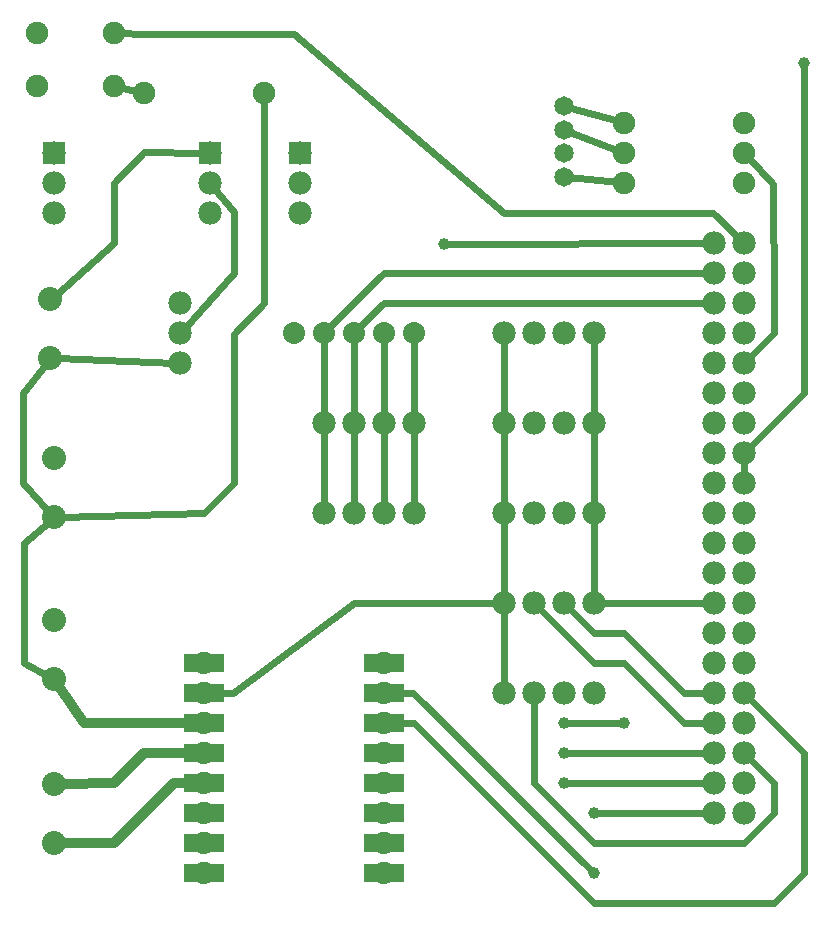
<source format=gtl>
G04 MADE WITH FRITZING*
G04 WWW.FRITZING.ORG*
G04 DOUBLE SIDED*
G04 HOLES PLATED*
G04 CONTOUR ON CENTER OF CONTOUR VECTOR*
%ASAXBY*%
%FSLAX23Y23*%
%MOIN*%
%OFA0B0*%
%SFA1.0B1.0*%
%ADD10C,0.039370*%
%ADD11C,0.075000*%
%ADD12C,0.078000*%
%ADD13C,0.065000*%
%ADD14C,0.080000*%
%ADD15C,0.073379*%
%ADD16C,0.074000*%
%ADD17R,0.078000X0.078000*%
%ADD18C,0.024000*%
%ADD19C,0.032000*%
%ADD20R,0.001000X0.001000*%
%LNCOPPER1*%
G90*
G70*
G54D10*
X2080Y335D03*
X1980Y634D03*
X2180Y633D03*
X1579Y2232D03*
X2779Y2834D03*
X1979Y533D03*
X1979Y433D03*
X2079Y134D03*
G54D11*
X479Y2757D03*
X223Y2757D03*
X479Y2934D03*
X223Y2934D03*
G54D12*
X799Y2534D03*
X799Y2434D03*
X799Y2334D03*
G54D13*
X1979Y2455D03*
X1979Y2534D03*
X1979Y2612D03*
X1979Y2691D03*
G54D14*
X280Y978D03*
X280Y781D03*
X280Y1518D03*
X280Y1321D03*
G54D15*
X1479Y1934D03*
X1379Y1934D03*
X1279Y1934D03*
X1179Y1934D03*
X1079Y1934D03*
G54D12*
X699Y2034D03*
X699Y1934D03*
X699Y1834D03*
G54D14*
X279Y431D03*
X279Y234D03*
G54D11*
X979Y2734D03*
X579Y2734D03*
X2579Y2634D03*
X2179Y2634D03*
X2579Y2534D03*
X2179Y2534D03*
X2579Y2434D03*
X2179Y2434D03*
G54D12*
X1099Y2534D03*
X1099Y2434D03*
X1099Y2334D03*
X279Y2534D03*
X279Y2434D03*
X279Y2334D03*
X2079Y734D03*
X1979Y734D03*
X1879Y734D03*
X1779Y734D03*
X1479Y1334D03*
X1379Y1334D03*
X1279Y1334D03*
X1179Y1334D03*
X1479Y1634D03*
X1379Y1634D03*
X1279Y1634D03*
X1179Y1634D03*
X2079Y1034D03*
X1979Y1034D03*
X1879Y1034D03*
X1779Y1034D03*
X2079Y1634D03*
X1979Y1634D03*
X1879Y1634D03*
X1779Y1634D03*
G54D14*
X268Y2046D03*
X268Y1849D03*
G54D12*
X2579Y334D03*
X2579Y434D03*
X2579Y534D03*
X2579Y634D03*
X2579Y734D03*
X2579Y834D03*
X2579Y934D03*
X2579Y1034D03*
X2579Y1134D03*
X2579Y1234D03*
X2579Y1334D03*
X2579Y1434D03*
X2579Y1534D03*
X2579Y1634D03*
X2579Y1734D03*
X2579Y1834D03*
X2579Y1934D03*
X2579Y2034D03*
X2579Y2134D03*
X2579Y2234D03*
X2579Y334D03*
X2579Y434D03*
X2579Y534D03*
X2579Y634D03*
X2579Y734D03*
X2579Y834D03*
X2579Y934D03*
X2579Y1034D03*
X2579Y1134D03*
X2579Y1234D03*
X2579Y1334D03*
X2579Y1434D03*
X2579Y1534D03*
X2579Y1634D03*
X2579Y1734D03*
X2579Y1834D03*
X2579Y1934D03*
X2579Y2034D03*
X2579Y2134D03*
X2579Y2234D03*
X2479Y2234D03*
X2479Y2134D03*
X2479Y2034D03*
X2479Y1934D03*
X2479Y1834D03*
X2479Y1734D03*
X2479Y1634D03*
X2479Y1534D03*
X2479Y1434D03*
X2479Y1334D03*
X2479Y1234D03*
X2479Y1134D03*
X2479Y1034D03*
X2479Y934D03*
X2479Y834D03*
X2479Y734D03*
X2479Y634D03*
X2479Y534D03*
X2479Y434D03*
X2479Y334D03*
X2079Y1934D03*
X1979Y1934D03*
X1879Y1934D03*
X1779Y1934D03*
X2079Y1334D03*
X1979Y1334D03*
X1879Y1334D03*
X1779Y1334D03*
G54D16*
X779Y134D03*
X779Y234D03*
X779Y334D03*
X779Y434D03*
X779Y534D03*
X779Y634D03*
X779Y734D03*
X779Y834D03*
X1379Y834D03*
X1379Y734D03*
X1379Y634D03*
X1379Y534D03*
X1379Y434D03*
X1379Y334D03*
X1379Y234D03*
X1379Y134D03*
G54D17*
X799Y2534D03*
X1099Y2534D03*
X279Y2534D03*
G54D18*
X2679Y2034D02*
X2678Y2432D01*
D02*
X2679Y1935D02*
X2679Y2034D01*
D02*
X2678Y2432D02*
X2592Y2521D01*
D02*
X2593Y1847D02*
X2679Y1935D01*
D02*
X2162Y2436D02*
X1992Y2454D01*
D02*
X2163Y2540D02*
X1991Y2608D01*
D02*
X2163Y2639D02*
X1991Y2688D01*
D02*
X2779Y2826D02*
X2779Y1733D01*
D02*
X2779Y1733D02*
X2593Y1547D01*
D02*
X2460Y334D02*
X2087Y335D01*
D02*
X2172Y633D02*
X1988Y634D01*
D02*
X181Y834D02*
X259Y792D01*
D02*
X262Y1305D02*
X179Y1233D01*
D02*
X179Y1233D02*
X181Y834D01*
D02*
X1380Y2035D02*
X1295Y1949D01*
D02*
X1479Y1912D02*
X1479Y1653D01*
D02*
X1279Y1912D02*
X1279Y1653D01*
D02*
X1179Y1912D02*
X1179Y1653D01*
D02*
X1479Y1353D02*
X1479Y1615D01*
D02*
X1379Y1653D02*
X1379Y1912D01*
D02*
X979Y2034D02*
X979Y2716D01*
D02*
X496Y2753D02*
X562Y2738D01*
D02*
X1179Y1353D02*
X1179Y1615D01*
D02*
X1279Y1353D02*
X1279Y1615D01*
D02*
X1379Y1615D02*
X1379Y1353D01*
D02*
X581Y2932D02*
X497Y2934D01*
D02*
X1081Y2932D02*
X581Y2932D01*
D02*
X1780Y2335D02*
X1081Y2932D01*
D02*
X2478Y2335D02*
X1780Y2335D01*
D02*
X2566Y2247D02*
X2478Y2335D01*
D02*
X879Y2133D02*
X712Y1948D01*
D02*
X879Y2336D02*
X879Y2133D01*
D02*
X811Y2419D02*
X879Y2336D01*
D02*
X479Y2234D02*
X286Y2062D01*
D02*
X479Y2434D02*
X479Y2234D01*
D02*
X581Y2536D02*
X479Y2434D01*
D02*
X780Y2534D02*
X581Y2536D01*
D02*
X1779Y1015D02*
X1779Y753D01*
D02*
X2079Y833D02*
X1893Y1020D01*
D02*
X2379Y633D02*
X2179Y833D01*
D02*
X2179Y833D02*
X2079Y833D01*
D02*
X2479Y633D02*
X2379Y633D01*
D02*
X2479Y633D02*
X2479Y633D01*
D02*
X1481Y633D02*
X1378Y633D01*
D02*
X1378Y633D02*
X1378Y633D01*
D02*
X2679Y33D02*
X2079Y35D01*
D02*
X2074Y139D02*
X1478Y733D01*
D02*
X2779Y133D02*
X2679Y33D01*
D02*
X2779Y534D02*
X2779Y133D01*
D02*
X2079Y35D02*
X1481Y633D01*
D02*
X2593Y720D02*
X2779Y534D01*
D02*
X2460Y434D02*
X1986Y433D01*
D02*
X2460Y534D02*
X1986Y533D01*
D02*
X1879Y433D02*
X1879Y715D01*
D02*
X2579Y233D02*
X2079Y233D01*
D02*
X2079Y233D02*
X1879Y433D01*
D02*
X2679Y333D02*
X2579Y233D01*
D02*
X2679Y434D02*
X2679Y333D01*
D02*
X2593Y520D02*
X2679Y434D01*
D02*
X1380Y2133D02*
X1195Y1949D01*
D02*
X2460Y2134D02*
X1380Y2133D01*
D02*
X2460Y2234D02*
X1587Y2232D01*
D02*
X1478Y733D02*
X1399Y734D01*
D02*
X2460Y2034D02*
X1380Y2035D01*
D02*
X2579Y1515D02*
X2579Y1453D01*
D02*
X780Y1333D02*
X303Y1321D01*
D02*
X981Y2034D02*
X879Y1932D01*
D02*
X879Y1932D02*
X879Y1433D01*
D02*
X879Y1433D02*
X780Y1333D01*
D02*
X979Y2034D02*
X981Y2034D01*
G54D19*
D02*
X779Y434D02*
X779Y434D01*
G54D18*
D02*
X2280Y1035D02*
X2098Y1034D01*
D02*
X2460Y1034D02*
X2280Y1035D01*
D02*
X1280Y1034D02*
X1760Y1034D01*
D02*
X878Y734D02*
X1280Y1034D01*
D02*
X799Y734D02*
X878Y734D01*
G54D19*
D02*
X679Y434D02*
X779Y434D01*
D02*
X479Y234D02*
X679Y434D01*
G54D18*
D02*
X178Y1434D02*
X178Y1735D01*
D02*
X178Y1735D02*
X254Y1831D01*
D02*
X264Y1338D02*
X178Y1434D01*
G54D19*
D02*
X303Y234D02*
X479Y234D01*
G54D18*
D02*
X2079Y934D02*
X1993Y1020D01*
D02*
X2179Y934D02*
X2079Y934D01*
D02*
X2379Y733D02*
X2179Y934D01*
D02*
X2460Y734D02*
X2379Y733D01*
D02*
X680Y1835D02*
X292Y1849D01*
G54D19*
D02*
X479Y434D02*
X579Y534D01*
D02*
X381Y633D02*
X293Y761D01*
D02*
X759Y634D02*
X381Y633D01*
D02*
X579Y534D02*
X759Y534D01*
D02*
X303Y431D02*
X479Y434D01*
G54D18*
D02*
X1779Y1053D02*
X1779Y1315D01*
D02*
X1779Y1353D02*
X1779Y1615D01*
D02*
X2079Y1053D02*
X2079Y1315D01*
D02*
X2079Y1353D02*
X2079Y1615D01*
D02*
X2079Y1653D02*
X2079Y1915D01*
D02*
X1779Y1653D02*
X1779Y1915D01*
G54D20*
X715Y862D02*
X773Y862D01*
X787Y862D02*
X845Y862D01*
X1315Y862D02*
X1373Y862D01*
X1387Y862D02*
X1445Y862D01*
X715Y861D02*
X770Y861D01*
X790Y861D02*
X845Y861D01*
X1315Y861D02*
X1370Y861D01*
X1390Y861D02*
X1445Y861D01*
X715Y860D02*
X767Y860D01*
X792Y860D02*
X845Y860D01*
X1315Y860D02*
X1367Y860D01*
X1392Y860D02*
X1445Y860D01*
X715Y859D02*
X765Y859D01*
X794Y859D02*
X845Y859D01*
X1315Y859D02*
X1365Y859D01*
X1394Y859D02*
X1445Y859D01*
X715Y858D02*
X764Y858D01*
X796Y858D02*
X845Y858D01*
X1315Y858D02*
X1364Y858D01*
X1396Y858D02*
X1445Y858D01*
X715Y857D02*
X762Y857D01*
X797Y857D02*
X845Y857D01*
X1315Y857D02*
X1362Y857D01*
X1397Y857D02*
X1445Y857D01*
X715Y856D02*
X761Y856D01*
X799Y856D02*
X845Y856D01*
X1315Y856D02*
X1361Y856D01*
X1398Y856D02*
X1445Y856D01*
X715Y855D02*
X760Y855D01*
X800Y855D02*
X845Y855D01*
X1315Y855D02*
X1360Y855D01*
X1400Y855D02*
X1445Y855D01*
X715Y854D02*
X759Y854D01*
X801Y854D02*
X845Y854D01*
X1315Y854D02*
X1359Y854D01*
X1401Y854D02*
X1445Y854D01*
X715Y853D02*
X758Y853D01*
X802Y853D02*
X845Y853D01*
X1315Y853D02*
X1358Y853D01*
X1402Y853D02*
X1445Y853D01*
X715Y852D02*
X757Y852D01*
X802Y852D02*
X845Y852D01*
X1315Y852D02*
X1357Y852D01*
X1402Y852D02*
X1445Y852D01*
X715Y851D02*
X756Y851D01*
X803Y851D02*
X845Y851D01*
X1315Y851D02*
X1356Y851D01*
X1403Y851D02*
X1445Y851D01*
X715Y850D02*
X756Y850D01*
X804Y850D02*
X845Y850D01*
X1315Y850D02*
X1356Y850D01*
X1404Y850D02*
X1445Y850D01*
X715Y849D02*
X755Y849D01*
X805Y849D02*
X845Y849D01*
X1315Y849D02*
X1355Y849D01*
X1405Y849D02*
X1445Y849D01*
X715Y848D02*
X754Y848D01*
X805Y848D02*
X845Y848D01*
X1315Y848D02*
X1354Y848D01*
X1405Y848D02*
X1445Y848D01*
X715Y847D02*
X754Y847D01*
X806Y847D02*
X845Y847D01*
X1315Y847D02*
X1354Y847D01*
X1406Y847D02*
X1445Y847D01*
X715Y846D02*
X753Y846D01*
X806Y846D02*
X845Y846D01*
X1315Y846D02*
X1353Y846D01*
X1406Y846D02*
X1445Y846D01*
X715Y845D02*
X753Y845D01*
X807Y845D02*
X845Y845D01*
X1315Y845D02*
X1353Y845D01*
X1407Y845D02*
X1445Y845D01*
X715Y844D02*
X753Y844D01*
X807Y844D02*
X845Y844D01*
X1315Y844D02*
X1353Y844D01*
X1407Y844D02*
X1445Y844D01*
X715Y843D02*
X752Y843D01*
X807Y843D02*
X845Y843D01*
X1315Y843D02*
X1352Y843D01*
X1407Y843D02*
X1445Y843D01*
X715Y842D02*
X752Y842D01*
X808Y842D02*
X845Y842D01*
X1315Y842D02*
X1352Y842D01*
X1408Y842D02*
X1445Y842D01*
X715Y841D02*
X752Y841D01*
X808Y841D02*
X845Y841D01*
X1315Y841D02*
X1352Y841D01*
X1408Y841D02*
X1445Y841D01*
X715Y840D02*
X751Y840D01*
X808Y840D02*
X845Y840D01*
X1315Y840D02*
X1351Y840D01*
X1408Y840D02*
X1445Y840D01*
X715Y839D02*
X751Y839D01*
X808Y839D02*
X845Y839D01*
X1315Y839D02*
X1351Y839D01*
X1408Y839D02*
X1445Y839D01*
X715Y838D02*
X751Y838D01*
X809Y838D02*
X845Y838D01*
X1315Y838D02*
X1351Y838D01*
X1408Y838D02*
X1445Y838D01*
X715Y837D02*
X751Y837D01*
X809Y837D02*
X845Y837D01*
X1315Y837D02*
X1351Y837D01*
X1409Y837D02*
X1445Y837D01*
X715Y836D02*
X751Y836D01*
X809Y836D02*
X845Y836D01*
X1315Y836D02*
X1351Y836D01*
X1409Y836D02*
X1445Y836D01*
X715Y835D02*
X751Y835D01*
X809Y835D02*
X845Y835D01*
X1315Y835D02*
X1351Y835D01*
X1409Y835D02*
X1445Y835D01*
X715Y834D02*
X751Y834D01*
X809Y834D02*
X845Y834D01*
X1315Y834D02*
X1351Y834D01*
X1409Y834D02*
X1445Y834D01*
X715Y833D02*
X751Y833D01*
X809Y833D02*
X845Y833D01*
X1315Y833D02*
X1351Y833D01*
X1409Y833D02*
X1445Y833D01*
X715Y832D02*
X751Y832D01*
X809Y832D02*
X845Y832D01*
X1315Y832D02*
X1351Y832D01*
X1409Y832D02*
X1445Y832D01*
X715Y831D02*
X751Y831D01*
X809Y831D02*
X845Y831D01*
X1315Y831D02*
X1351Y831D01*
X1409Y831D02*
X1445Y831D01*
X715Y830D02*
X751Y830D01*
X808Y830D02*
X845Y830D01*
X1315Y830D02*
X1351Y830D01*
X1408Y830D02*
X1445Y830D01*
X715Y829D02*
X751Y829D01*
X808Y829D02*
X845Y829D01*
X1315Y829D02*
X1351Y829D01*
X1408Y829D02*
X1445Y829D01*
X715Y828D02*
X752Y828D01*
X808Y828D02*
X845Y828D01*
X1315Y828D02*
X1351Y828D01*
X1408Y828D02*
X1445Y828D01*
X715Y827D02*
X752Y827D01*
X808Y827D02*
X845Y827D01*
X1315Y827D02*
X1352Y827D01*
X1408Y827D02*
X1445Y827D01*
X715Y826D02*
X752Y826D01*
X808Y826D02*
X845Y826D01*
X1315Y826D02*
X1352Y826D01*
X1408Y826D02*
X1445Y826D01*
X715Y825D02*
X752Y825D01*
X807Y825D02*
X845Y825D01*
X1315Y825D02*
X1352Y825D01*
X1407Y825D02*
X1445Y825D01*
X715Y824D02*
X753Y824D01*
X807Y824D02*
X845Y824D01*
X1315Y824D02*
X1353Y824D01*
X1407Y824D02*
X1445Y824D01*
X715Y823D02*
X753Y823D01*
X806Y823D02*
X845Y823D01*
X1315Y823D02*
X1353Y823D01*
X1406Y823D02*
X1445Y823D01*
X715Y822D02*
X754Y822D01*
X806Y822D02*
X845Y822D01*
X1315Y822D02*
X1354Y822D01*
X1406Y822D02*
X1445Y822D01*
X715Y821D02*
X754Y821D01*
X806Y821D02*
X845Y821D01*
X1315Y821D02*
X1354Y821D01*
X1405Y821D02*
X1445Y821D01*
X715Y820D02*
X755Y820D01*
X805Y820D02*
X845Y820D01*
X1315Y820D02*
X1355Y820D01*
X1405Y820D02*
X1445Y820D01*
X715Y819D02*
X755Y819D01*
X804Y819D02*
X845Y819D01*
X1315Y819D02*
X1355Y819D01*
X1404Y819D02*
X1445Y819D01*
X715Y818D02*
X756Y818D01*
X804Y818D02*
X845Y818D01*
X1315Y818D02*
X1356Y818D01*
X1404Y818D02*
X1445Y818D01*
X715Y817D02*
X757Y817D01*
X803Y817D02*
X845Y817D01*
X1315Y817D02*
X1357Y817D01*
X1403Y817D02*
X1445Y817D01*
X715Y816D02*
X758Y816D01*
X802Y816D02*
X845Y816D01*
X1315Y816D02*
X1358Y816D01*
X1402Y816D02*
X1445Y816D01*
X715Y815D02*
X758Y815D01*
X801Y815D02*
X845Y815D01*
X1315Y815D02*
X1358Y815D01*
X1401Y815D02*
X1445Y815D01*
X715Y814D02*
X759Y814D01*
X800Y814D02*
X845Y814D01*
X1315Y814D02*
X1359Y814D01*
X1400Y814D02*
X1445Y814D01*
X715Y813D02*
X761Y813D01*
X799Y813D02*
X845Y813D01*
X1315Y813D02*
X1360Y813D01*
X1399Y813D02*
X1445Y813D01*
X715Y812D02*
X762Y812D01*
X798Y812D02*
X845Y812D01*
X1315Y812D02*
X1362Y812D01*
X1398Y812D02*
X1445Y812D01*
X715Y811D02*
X763Y811D01*
X797Y811D02*
X845Y811D01*
X1315Y811D02*
X1363Y811D01*
X1397Y811D02*
X1445Y811D01*
X715Y810D02*
X764Y810D01*
X795Y810D02*
X845Y810D01*
X1315Y810D02*
X1364Y810D01*
X1395Y810D02*
X1445Y810D01*
X715Y809D02*
X766Y809D01*
X793Y809D02*
X845Y809D01*
X1315Y809D02*
X1366Y809D01*
X1393Y809D02*
X1445Y809D01*
X715Y808D02*
X768Y808D01*
X791Y808D02*
X845Y808D01*
X1315Y808D02*
X1368Y808D01*
X1391Y808D02*
X1445Y808D01*
X715Y807D02*
X771Y807D01*
X789Y807D02*
X845Y807D01*
X1315Y807D02*
X1371Y807D01*
X1389Y807D02*
X1445Y807D01*
X715Y806D02*
X774Y806D01*
X786Y806D02*
X845Y806D01*
X1315Y806D02*
X1374Y806D01*
X1385Y806D02*
X1445Y806D01*
X715Y762D02*
X773Y762D01*
X787Y762D02*
X845Y762D01*
X1315Y762D02*
X1373Y762D01*
X1387Y762D02*
X1445Y762D01*
X715Y761D02*
X770Y761D01*
X790Y761D02*
X845Y761D01*
X1315Y761D02*
X1369Y761D01*
X1390Y761D02*
X1445Y761D01*
X715Y760D02*
X767Y760D01*
X792Y760D02*
X845Y760D01*
X1315Y760D02*
X1367Y760D01*
X1392Y760D02*
X1445Y760D01*
X715Y759D02*
X765Y759D01*
X794Y759D02*
X845Y759D01*
X1315Y759D02*
X1365Y759D01*
X1394Y759D02*
X1445Y759D01*
X715Y758D02*
X764Y758D01*
X796Y758D02*
X845Y758D01*
X1315Y758D02*
X1364Y758D01*
X1396Y758D02*
X1445Y758D01*
X715Y757D02*
X762Y757D01*
X797Y757D02*
X845Y757D01*
X1315Y757D02*
X1362Y757D01*
X1397Y757D02*
X1445Y757D01*
X715Y756D02*
X761Y756D01*
X799Y756D02*
X845Y756D01*
X1315Y756D02*
X1361Y756D01*
X1398Y756D02*
X1445Y756D01*
X715Y755D02*
X760Y755D01*
X800Y755D02*
X845Y755D01*
X1315Y755D02*
X1360Y755D01*
X1400Y755D02*
X1445Y755D01*
X715Y754D02*
X759Y754D01*
X801Y754D02*
X845Y754D01*
X1315Y754D02*
X1359Y754D01*
X1401Y754D02*
X1445Y754D01*
X715Y753D02*
X758Y753D01*
X802Y753D02*
X845Y753D01*
X1315Y753D02*
X1358Y753D01*
X1402Y753D02*
X1445Y753D01*
X715Y752D02*
X757Y752D01*
X802Y752D02*
X845Y752D01*
X1315Y752D02*
X1357Y752D01*
X1402Y752D02*
X1445Y752D01*
X715Y751D02*
X756Y751D01*
X803Y751D02*
X845Y751D01*
X1315Y751D02*
X1356Y751D01*
X1403Y751D02*
X1445Y751D01*
X715Y750D02*
X756Y750D01*
X804Y750D02*
X845Y750D01*
X1315Y750D02*
X1356Y750D01*
X1404Y750D02*
X1445Y750D01*
X715Y749D02*
X755Y749D01*
X805Y749D02*
X845Y749D01*
X1315Y749D02*
X1355Y749D01*
X1405Y749D02*
X1445Y749D01*
X715Y748D02*
X754Y748D01*
X805Y748D02*
X845Y748D01*
X1315Y748D02*
X1354Y748D01*
X1405Y748D02*
X1445Y748D01*
X715Y747D02*
X754Y747D01*
X806Y747D02*
X845Y747D01*
X1315Y747D02*
X1354Y747D01*
X1406Y747D02*
X1445Y747D01*
X715Y746D02*
X753Y746D01*
X806Y746D02*
X845Y746D01*
X1315Y746D02*
X1353Y746D01*
X1406Y746D02*
X1445Y746D01*
X715Y745D02*
X753Y745D01*
X807Y745D02*
X845Y745D01*
X1315Y745D02*
X1353Y745D01*
X1407Y745D02*
X1445Y745D01*
X715Y744D02*
X753Y744D01*
X807Y744D02*
X845Y744D01*
X1315Y744D02*
X1353Y744D01*
X1407Y744D02*
X1445Y744D01*
X715Y743D02*
X752Y743D01*
X807Y743D02*
X845Y743D01*
X1315Y743D02*
X1352Y743D01*
X1407Y743D02*
X1445Y743D01*
X715Y742D02*
X752Y742D01*
X808Y742D02*
X845Y742D01*
X1315Y742D02*
X1352Y742D01*
X1408Y742D02*
X1445Y742D01*
X715Y741D02*
X752Y741D01*
X808Y741D02*
X845Y741D01*
X1315Y741D02*
X1352Y741D01*
X1408Y741D02*
X1445Y741D01*
X715Y740D02*
X751Y740D01*
X808Y740D02*
X845Y740D01*
X1315Y740D02*
X1351Y740D01*
X1408Y740D02*
X1445Y740D01*
X715Y739D02*
X751Y739D01*
X808Y739D02*
X845Y739D01*
X1315Y739D02*
X1351Y739D01*
X1408Y739D02*
X1445Y739D01*
X715Y738D02*
X751Y738D01*
X809Y738D02*
X845Y738D01*
X1315Y738D02*
X1351Y738D01*
X1408Y738D02*
X1445Y738D01*
X715Y737D02*
X751Y737D01*
X809Y737D02*
X845Y737D01*
X1315Y737D02*
X1351Y737D01*
X1409Y737D02*
X1445Y737D01*
X715Y736D02*
X751Y736D01*
X809Y736D02*
X845Y736D01*
X1315Y736D02*
X1351Y736D01*
X1409Y736D02*
X1445Y736D01*
X715Y735D02*
X751Y735D01*
X809Y735D02*
X845Y735D01*
X1315Y735D02*
X1351Y735D01*
X1409Y735D02*
X1445Y735D01*
X715Y734D02*
X751Y734D01*
X809Y734D02*
X845Y734D01*
X1315Y734D02*
X1351Y734D01*
X1409Y734D02*
X1445Y734D01*
X715Y733D02*
X751Y733D01*
X809Y733D02*
X845Y733D01*
X1315Y733D02*
X1351Y733D01*
X1409Y733D02*
X1445Y733D01*
X715Y732D02*
X751Y732D01*
X809Y732D02*
X845Y732D01*
X1315Y732D02*
X1351Y732D01*
X1409Y732D02*
X1445Y732D01*
X715Y731D02*
X751Y731D01*
X809Y731D02*
X845Y731D01*
X1315Y731D02*
X1351Y731D01*
X1409Y731D02*
X1445Y731D01*
X715Y730D02*
X751Y730D01*
X808Y730D02*
X845Y730D01*
X1315Y730D02*
X1351Y730D01*
X1408Y730D02*
X1445Y730D01*
X715Y729D02*
X751Y729D01*
X808Y729D02*
X845Y729D01*
X1315Y729D02*
X1351Y729D01*
X1408Y729D02*
X1445Y729D01*
X715Y728D02*
X752Y728D01*
X808Y728D02*
X845Y728D01*
X1315Y728D02*
X1351Y728D01*
X1408Y728D02*
X1445Y728D01*
X715Y727D02*
X752Y727D01*
X808Y727D02*
X845Y727D01*
X1315Y727D02*
X1352Y727D01*
X1408Y727D02*
X1445Y727D01*
X715Y726D02*
X752Y726D01*
X808Y726D02*
X845Y726D01*
X1315Y726D02*
X1352Y726D01*
X1408Y726D02*
X1445Y726D01*
X715Y725D02*
X752Y725D01*
X807Y725D02*
X845Y725D01*
X1315Y725D02*
X1352Y725D01*
X1407Y725D02*
X1445Y725D01*
X715Y724D02*
X753Y724D01*
X807Y724D02*
X845Y724D01*
X1315Y724D02*
X1353Y724D01*
X1407Y724D02*
X1445Y724D01*
X715Y723D02*
X753Y723D01*
X806Y723D02*
X845Y723D01*
X1315Y723D02*
X1353Y723D01*
X1406Y723D02*
X1445Y723D01*
X715Y722D02*
X754Y722D01*
X806Y722D02*
X845Y722D01*
X1315Y722D02*
X1354Y722D01*
X1406Y722D02*
X1445Y722D01*
X715Y721D02*
X754Y721D01*
X806Y721D02*
X845Y721D01*
X1315Y721D02*
X1354Y721D01*
X1405Y721D02*
X1445Y721D01*
X715Y720D02*
X755Y720D01*
X805Y720D02*
X845Y720D01*
X1315Y720D02*
X1355Y720D01*
X1405Y720D02*
X1445Y720D01*
X715Y719D02*
X755Y719D01*
X804Y719D02*
X845Y719D01*
X1315Y719D02*
X1355Y719D01*
X1404Y719D02*
X1445Y719D01*
X715Y718D02*
X756Y718D01*
X804Y718D02*
X845Y718D01*
X1315Y718D02*
X1356Y718D01*
X1404Y718D02*
X1445Y718D01*
X715Y717D02*
X757Y717D01*
X803Y717D02*
X845Y717D01*
X1315Y717D02*
X1357Y717D01*
X1403Y717D02*
X1445Y717D01*
X715Y716D02*
X758Y716D01*
X802Y716D02*
X845Y716D01*
X1315Y716D02*
X1358Y716D01*
X1402Y716D02*
X1445Y716D01*
X715Y715D02*
X758Y715D01*
X801Y715D02*
X845Y715D01*
X1315Y715D02*
X1358Y715D01*
X1401Y715D02*
X1445Y715D01*
X715Y714D02*
X759Y714D01*
X800Y714D02*
X845Y714D01*
X1315Y714D02*
X1359Y714D01*
X1400Y714D02*
X1445Y714D01*
X715Y713D02*
X761Y713D01*
X799Y713D02*
X845Y713D01*
X1315Y713D02*
X1360Y713D01*
X1399Y713D02*
X1445Y713D01*
X715Y712D02*
X762Y712D01*
X798Y712D02*
X845Y712D01*
X1315Y712D02*
X1362Y712D01*
X1398Y712D02*
X1445Y712D01*
X715Y711D02*
X763Y711D01*
X797Y711D02*
X845Y711D01*
X1315Y711D02*
X1363Y711D01*
X1397Y711D02*
X1445Y711D01*
X715Y710D02*
X764Y710D01*
X795Y710D02*
X845Y710D01*
X1315Y710D02*
X1364Y710D01*
X1395Y710D02*
X1445Y710D01*
X715Y709D02*
X766Y709D01*
X793Y709D02*
X845Y709D01*
X1315Y709D02*
X1366Y709D01*
X1393Y709D02*
X1445Y709D01*
X715Y708D02*
X768Y708D01*
X791Y708D02*
X845Y708D01*
X1315Y708D02*
X1368Y708D01*
X1391Y708D02*
X1445Y708D01*
X715Y707D02*
X771Y707D01*
X789Y707D02*
X845Y707D01*
X1315Y707D02*
X1371Y707D01*
X1389Y707D02*
X1445Y707D01*
X715Y706D02*
X774Y706D01*
X786Y706D02*
X845Y706D01*
X1315Y706D02*
X1374Y706D01*
X1385Y706D02*
X1445Y706D01*
X715Y662D02*
X773Y662D01*
X787Y662D02*
X845Y662D01*
X1315Y662D02*
X1373Y662D01*
X1387Y662D02*
X1445Y662D01*
X715Y661D02*
X770Y661D01*
X790Y661D02*
X845Y661D01*
X1315Y661D02*
X1369Y661D01*
X1390Y661D02*
X1445Y661D01*
X715Y660D02*
X767Y660D01*
X793Y660D02*
X845Y660D01*
X1315Y660D02*
X1367Y660D01*
X1392Y660D02*
X1445Y660D01*
X715Y659D02*
X765Y659D01*
X794Y659D02*
X845Y659D01*
X1315Y659D02*
X1365Y659D01*
X1394Y659D02*
X1445Y659D01*
X715Y658D02*
X764Y658D01*
X796Y658D02*
X845Y658D01*
X1315Y658D02*
X1364Y658D01*
X1396Y658D02*
X1445Y658D01*
X715Y657D02*
X762Y657D01*
X797Y657D02*
X845Y657D01*
X1315Y657D02*
X1362Y657D01*
X1397Y657D02*
X1445Y657D01*
X715Y656D02*
X761Y656D01*
X799Y656D02*
X845Y656D01*
X1315Y656D02*
X1361Y656D01*
X1398Y656D02*
X1445Y656D01*
X715Y655D02*
X760Y655D01*
X800Y655D02*
X845Y655D01*
X1315Y655D02*
X1360Y655D01*
X1400Y655D02*
X1445Y655D01*
X715Y654D02*
X759Y654D01*
X801Y654D02*
X845Y654D01*
X1315Y654D02*
X1359Y654D01*
X1401Y654D02*
X1445Y654D01*
X715Y653D02*
X758Y653D01*
X802Y653D02*
X845Y653D01*
X1315Y653D02*
X1358Y653D01*
X1402Y653D02*
X1445Y653D01*
X715Y652D02*
X757Y652D01*
X802Y652D02*
X845Y652D01*
X1315Y652D02*
X1357Y652D01*
X1402Y652D02*
X1445Y652D01*
X715Y651D02*
X756Y651D01*
X803Y651D02*
X845Y651D01*
X1315Y651D02*
X1356Y651D01*
X1403Y651D02*
X1445Y651D01*
X715Y650D02*
X756Y650D01*
X804Y650D02*
X845Y650D01*
X1315Y650D02*
X1356Y650D01*
X1404Y650D02*
X1445Y650D01*
X715Y649D02*
X755Y649D01*
X805Y649D02*
X845Y649D01*
X1315Y649D02*
X1355Y649D01*
X1405Y649D02*
X1445Y649D01*
X715Y648D02*
X754Y648D01*
X805Y648D02*
X845Y648D01*
X1315Y648D02*
X1354Y648D01*
X1405Y648D02*
X1445Y648D01*
X715Y647D02*
X754Y647D01*
X806Y647D02*
X845Y647D01*
X1315Y647D02*
X1354Y647D01*
X1406Y647D02*
X1445Y647D01*
X715Y646D02*
X753Y646D01*
X806Y646D02*
X845Y646D01*
X1315Y646D02*
X1353Y646D01*
X1406Y646D02*
X1445Y646D01*
X715Y645D02*
X753Y645D01*
X807Y645D02*
X845Y645D01*
X1315Y645D02*
X1353Y645D01*
X1407Y645D02*
X1445Y645D01*
X715Y644D02*
X753Y644D01*
X807Y644D02*
X845Y644D01*
X1315Y644D02*
X1353Y644D01*
X1407Y644D02*
X1445Y644D01*
X715Y643D02*
X752Y643D01*
X807Y643D02*
X845Y643D01*
X1315Y643D02*
X1352Y643D01*
X1407Y643D02*
X1445Y643D01*
X715Y642D02*
X752Y642D01*
X808Y642D02*
X845Y642D01*
X1315Y642D02*
X1352Y642D01*
X1408Y642D02*
X1445Y642D01*
X715Y641D02*
X752Y641D01*
X808Y641D02*
X845Y641D01*
X1315Y641D02*
X1352Y641D01*
X1408Y641D02*
X1445Y641D01*
X715Y640D02*
X751Y640D01*
X808Y640D02*
X845Y640D01*
X1315Y640D02*
X1351Y640D01*
X1408Y640D02*
X1445Y640D01*
X715Y639D02*
X751Y639D01*
X808Y639D02*
X845Y639D01*
X1315Y639D02*
X1351Y639D01*
X1408Y639D02*
X1445Y639D01*
X715Y638D02*
X751Y638D01*
X809Y638D02*
X845Y638D01*
X1315Y638D02*
X1351Y638D01*
X1408Y638D02*
X1445Y638D01*
X715Y637D02*
X751Y637D01*
X809Y637D02*
X845Y637D01*
X1315Y637D02*
X1351Y637D01*
X1409Y637D02*
X1445Y637D01*
X715Y636D02*
X751Y636D01*
X809Y636D02*
X845Y636D01*
X1315Y636D02*
X1351Y636D01*
X1409Y636D02*
X1445Y636D01*
X715Y635D02*
X751Y635D01*
X809Y635D02*
X845Y635D01*
X1315Y635D02*
X1351Y635D01*
X1409Y635D02*
X1445Y635D01*
X715Y634D02*
X751Y634D01*
X809Y634D02*
X845Y634D01*
X1315Y634D02*
X1351Y634D01*
X1409Y634D02*
X1445Y634D01*
X715Y633D02*
X751Y633D01*
X809Y633D02*
X845Y633D01*
X1315Y633D02*
X1351Y633D01*
X1409Y633D02*
X1445Y633D01*
X715Y632D02*
X751Y632D01*
X809Y632D02*
X845Y632D01*
X1315Y632D02*
X1351Y632D01*
X1409Y632D02*
X1445Y632D01*
X715Y631D02*
X751Y631D01*
X809Y631D02*
X845Y631D01*
X1315Y631D02*
X1351Y631D01*
X1409Y631D02*
X1445Y631D01*
X715Y630D02*
X751Y630D01*
X808Y630D02*
X845Y630D01*
X1315Y630D02*
X1351Y630D01*
X1408Y630D02*
X1445Y630D01*
X715Y629D02*
X751Y629D01*
X808Y629D02*
X845Y629D01*
X1315Y629D02*
X1351Y629D01*
X1408Y629D02*
X1445Y629D01*
X715Y628D02*
X752Y628D01*
X808Y628D02*
X845Y628D01*
X1315Y628D02*
X1351Y628D01*
X1408Y628D02*
X1445Y628D01*
X715Y627D02*
X752Y627D01*
X808Y627D02*
X845Y627D01*
X1315Y627D02*
X1352Y627D01*
X1408Y627D02*
X1445Y627D01*
X715Y626D02*
X752Y626D01*
X808Y626D02*
X845Y626D01*
X1315Y626D02*
X1352Y626D01*
X1408Y626D02*
X1445Y626D01*
X715Y625D02*
X752Y625D01*
X807Y625D02*
X845Y625D01*
X1315Y625D02*
X1352Y625D01*
X1407Y625D02*
X1445Y625D01*
X715Y624D02*
X753Y624D01*
X807Y624D02*
X845Y624D01*
X1315Y624D02*
X1353Y624D01*
X1407Y624D02*
X1445Y624D01*
X715Y623D02*
X753Y623D01*
X806Y623D02*
X845Y623D01*
X1315Y623D02*
X1353Y623D01*
X1406Y623D02*
X1445Y623D01*
X715Y622D02*
X754Y622D01*
X806Y622D02*
X845Y622D01*
X1315Y622D02*
X1354Y622D01*
X1406Y622D02*
X1445Y622D01*
X715Y621D02*
X754Y621D01*
X806Y621D02*
X845Y621D01*
X1315Y621D02*
X1354Y621D01*
X1405Y621D02*
X1445Y621D01*
X715Y620D02*
X755Y620D01*
X805Y620D02*
X845Y620D01*
X1315Y620D02*
X1355Y620D01*
X1405Y620D02*
X1445Y620D01*
X715Y619D02*
X755Y619D01*
X804Y619D02*
X845Y619D01*
X1315Y619D02*
X1355Y619D01*
X1404Y619D02*
X1445Y619D01*
X715Y618D02*
X756Y618D01*
X804Y618D02*
X845Y618D01*
X1315Y618D02*
X1356Y618D01*
X1404Y618D02*
X1445Y618D01*
X715Y617D02*
X757Y617D01*
X803Y617D02*
X845Y617D01*
X1315Y617D02*
X1357Y617D01*
X1403Y617D02*
X1445Y617D01*
X715Y616D02*
X758Y616D01*
X802Y616D02*
X845Y616D01*
X1315Y616D02*
X1358Y616D01*
X1402Y616D02*
X1445Y616D01*
X715Y615D02*
X758Y615D01*
X801Y615D02*
X845Y615D01*
X1315Y615D02*
X1358Y615D01*
X1401Y615D02*
X1445Y615D01*
X715Y614D02*
X759Y614D01*
X800Y614D02*
X845Y614D01*
X1315Y614D02*
X1359Y614D01*
X1400Y614D02*
X1445Y614D01*
X715Y613D02*
X761Y613D01*
X799Y613D02*
X845Y613D01*
X1315Y613D02*
X1360Y613D01*
X1399Y613D02*
X1445Y613D01*
X715Y612D02*
X762Y612D01*
X798Y612D02*
X845Y612D01*
X1315Y612D02*
X1362Y612D01*
X1398Y612D02*
X1445Y612D01*
X715Y611D02*
X763Y611D01*
X797Y611D02*
X845Y611D01*
X1315Y611D02*
X1363Y611D01*
X1397Y611D02*
X1445Y611D01*
X715Y610D02*
X764Y610D01*
X795Y610D02*
X845Y610D01*
X1315Y610D02*
X1364Y610D01*
X1395Y610D02*
X1445Y610D01*
X715Y609D02*
X766Y609D01*
X793Y609D02*
X845Y609D01*
X1315Y609D02*
X1366Y609D01*
X1393Y609D02*
X1445Y609D01*
X715Y608D02*
X768Y608D01*
X791Y608D02*
X845Y608D01*
X1315Y608D02*
X1368Y608D01*
X1391Y608D02*
X1445Y608D01*
X715Y607D02*
X771Y607D01*
X789Y607D02*
X845Y607D01*
X1315Y607D02*
X1371Y607D01*
X1389Y607D02*
X1445Y607D01*
X715Y606D02*
X774Y606D01*
X785Y606D02*
X845Y606D01*
X1315Y606D02*
X1374Y606D01*
X1385Y606D02*
X1445Y606D01*
X715Y562D02*
X773Y562D01*
X787Y562D02*
X845Y562D01*
X1315Y562D02*
X1373Y562D01*
X1387Y562D02*
X1445Y562D01*
X715Y561D02*
X769Y561D01*
X790Y561D02*
X845Y561D01*
X1315Y561D02*
X1369Y561D01*
X1390Y561D02*
X1445Y561D01*
X715Y560D02*
X767Y560D01*
X793Y560D02*
X845Y560D01*
X1315Y560D02*
X1367Y560D01*
X1392Y560D02*
X1445Y560D01*
X715Y559D02*
X765Y559D01*
X794Y559D02*
X845Y559D01*
X1315Y559D02*
X1365Y559D01*
X1394Y559D02*
X1445Y559D01*
X715Y558D02*
X764Y558D01*
X796Y558D02*
X845Y558D01*
X1315Y558D02*
X1364Y558D01*
X1396Y558D02*
X1445Y558D01*
X715Y557D02*
X762Y557D01*
X797Y557D02*
X845Y557D01*
X1315Y557D02*
X1362Y557D01*
X1397Y557D02*
X1445Y557D01*
X715Y556D02*
X761Y556D01*
X799Y556D02*
X845Y556D01*
X1315Y556D02*
X1361Y556D01*
X1399Y556D02*
X1445Y556D01*
X715Y555D02*
X760Y555D01*
X800Y555D02*
X845Y555D01*
X1315Y555D02*
X1360Y555D01*
X1400Y555D02*
X1445Y555D01*
X715Y554D02*
X759Y554D01*
X801Y554D02*
X845Y554D01*
X1315Y554D02*
X1359Y554D01*
X1401Y554D02*
X1445Y554D01*
X715Y553D02*
X758Y553D01*
X802Y553D02*
X845Y553D01*
X1315Y553D02*
X1358Y553D01*
X1402Y553D02*
X1445Y553D01*
X715Y552D02*
X757Y552D01*
X802Y552D02*
X845Y552D01*
X1315Y552D02*
X1357Y552D01*
X1402Y552D02*
X1445Y552D01*
X715Y551D02*
X756Y551D01*
X803Y551D02*
X845Y551D01*
X1315Y551D02*
X1356Y551D01*
X1403Y551D02*
X1445Y551D01*
X715Y550D02*
X756Y550D01*
X804Y550D02*
X845Y550D01*
X1315Y550D02*
X1356Y550D01*
X1404Y550D02*
X1445Y550D01*
X715Y549D02*
X755Y549D01*
X805Y549D02*
X845Y549D01*
X1315Y549D02*
X1355Y549D01*
X1405Y549D02*
X1445Y549D01*
X715Y548D02*
X754Y548D01*
X805Y548D02*
X845Y548D01*
X1315Y548D02*
X1354Y548D01*
X1405Y548D02*
X1445Y548D01*
X715Y547D02*
X754Y547D01*
X806Y547D02*
X845Y547D01*
X1315Y547D02*
X1354Y547D01*
X1406Y547D02*
X1445Y547D01*
X715Y546D02*
X753Y546D01*
X806Y546D02*
X845Y546D01*
X1315Y546D02*
X1353Y546D01*
X1406Y546D02*
X1445Y546D01*
X715Y545D02*
X753Y545D01*
X807Y545D02*
X845Y545D01*
X1315Y545D02*
X1353Y545D01*
X1407Y545D02*
X1445Y545D01*
X715Y544D02*
X753Y544D01*
X807Y544D02*
X845Y544D01*
X1315Y544D02*
X1353Y544D01*
X1407Y544D02*
X1445Y544D01*
X715Y543D02*
X752Y543D01*
X807Y543D02*
X845Y543D01*
X1315Y543D02*
X1352Y543D01*
X1407Y543D02*
X1445Y543D01*
X715Y542D02*
X752Y542D01*
X808Y542D02*
X845Y542D01*
X1315Y542D02*
X1352Y542D01*
X1408Y542D02*
X1445Y542D01*
X715Y541D02*
X752Y541D01*
X808Y541D02*
X845Y541D01*
X1315Y541D02*
X1352Y541D01*
X1408Y541D02*
X1445Y541D01*
X715Y540D02*
X751Y540D01*
X808Y540D02*
X845Y540D01*
X1315Y540D02*
X1351Y540D01*
X1408Y540D02*
X1445Y540D01*
X715Y539D02*
X751Y539D01*
X808Y539D02*
X845Y539D01*
X1315Y539D02*
X1351Y539D01*
X1408Y539D02*
X1445Y539D01*
X715Y538D02*
X751Y538D01*
X809Y538D02*
X845Y538D01*
X1315Y538D02*
X1351Y538D01*
X1408Y538D02*
X1445Y538D01*
X715Y537D02*
X751Y537D01*
X809Y537D02*
X845Y537D01*
X1315Y537D02*
X1351Y537D01*
X1409Y537D02*
X1445Y537D01*
X715Y536D02*
X751Y536D01*
X809Y536D02*
X845Y536D01*
X1315Y536D02*
X1351Y536D01*
X1409Y536D02*
X1445Y536D01*
X715Y535D02*
X751Y535D01*
X809Y535D02*
X845Y535D01*
X1315Y535D02*
X1351Y535D01*
X1409Y535D02*
X1445Y535D01*
X715Y534D02*
X751Y534D01*
X809Y534D02*
X845Y534D01*
X1315Y534D02*
X1351Y534D01*
X1409Y534D02*
X1445Y534D01*
X715Y533D02*
X751Y533D01*
X809Y533D02*
X845Y533D01*
X1315Y533D02*
X1351Y533D01*
X1409Y533D02*
X1445Y533D01*
X715Y532D02*
X751Y532D01*
X809Y532D02*
X845Y532D01*
X1315Y532D02*
X1351Y532D01*
X1409Y532D02*
X1445Y532D01*
X715Y531D02*
X751Y531D01*
X809Y531D02*
X845Y531D01*
X1315Y531D02*
X1351Y531D01*
X1409Y531D02*
X1445Y531D01*
X715Y530D02*
X751Y530D01*
X808Y530D02*
X845Y530D01*
X1315Y530D02*
X1351Y530D01*
X1408Y530D02*
X1445Y530D01*
X715Y529D02*
X751Y529D01*
X808Y529D02*
X845Y529D01*
X1315Y529D02*
X1351Y529D01*
X1408Y529D02*
X1445Y529D01*
X715Y528D02*
X752Y528D01*
X808Y528D02*
X845Y528D01*
X1315Y528D02*
X1351Y528D01*
X1408Y528D02*
X1445Y528D01*
X715Y527D02*
X752Y527D01*
X808Y527D02*
X845Y527D01*
X1315Y527D02*
X1352Y527D01*
X1408Y527D02*
X1445Y527D01*
X715Y526D02*
X752Y526D01*
X808Y526D02*
X845Y526D01*
X1315Y526D02*
X1352Y526D01*
X1408Y526D02*
X1445Y526D01*
X715Y525D02*
X752Y525D01*
X807Y525D02*
X845Y525D01*
X1315Y525D02*
X1352Y525D01*
X1407Y525D02*
X1445Y525D01*
X715Y524D02*
X753Y524D01*
X807Y524D02*
X845Y524D01*
X1315Y524D02*
X1353Y524D01*
X1407Y524D02*
X1445Y524D01*
X715Y523D02*
X753Y523D01*
X806Y523D02*
X845Y523D01*
X1315Y523D02*
X1353Y523D01*
X1406Y523D02*
X1445Y523D01*
X715Y522D02*
X754Y522D01*
X806Y522D02*
X845Y522D01*
X1315Y522D02*
X1354Y522D01*
X1406Y522D02*
X1445Y522D01*
X715Y521D02*
X754Y521D01*
X806Y521D02*
X845Y521D01*
X1315Y521D02*
X1354Y521D01*
X1405Y521D02*
X1445Y521D01*
X715Y520D02*
X755Y520D01*
X805Y520D02*
X845Y520D01*
X1315Y520D02*
X1355Y520D01*
X1405Y520D02*
X1445Y520D01*
X715Y519D02*
X755Y519D01*
X804Y519D02*
X845Y519D01*
X1315Y519D02*
X1355Y519D01*
X1404Y519D02*
X1445Y519D01*
X715Y518D02*
X756Y518D01*
X804Y518D02*
X845Y518D01*
X1315Y518D02*
X1356Y518D01*
X1404Y518D02*
X1445Y518D01*
X715Y517D02*
X757Y517D01*
X803Y517D02*
X845Y517D01*
X1315Y517D02*
X1357Y517D01*
X1403Y517D02*
X1445Y517D01*
X715Y516D02*
X758Y516D01*
X802Y516D02*
X845Y516D01*
X1315Y516D02*
X1358Y516D01*
X1402Y516D02*
X1445Y516D01*
X715Y515D02*
X758Y515D01*
X801Y515D02*
X845Y515D01*
X1315Y515D02*
X1358Y515D01*
X1401Y515D02*
X1445Y515D01*
X715Y514D02*
X759Y514D01*
X800Y514D02*
X845Y514D01*
X1315Y514D02*
X1359Y514D01*
X1400Y514D02*
X1445Y514D01*
X715Y513D02*
X761Y513D01*
X799Y513D02*
X845Y513D01*
X1315Y513D02*
X1360Y513D01*
X1399Y513D02*
X1445Y513D01*
X715Y512D02*
X762Y512D01*
X798Y512D02*
X845Y512D01*
X1315Y512D02*
X1362Y512D01*
X1398Y512D02*
X1445Y512D01*
X715Y511D02*
X763Y511D01*
X797Y511D02*
X845Y511D01*
X1315Y511D02*
X1363Y511D01*
X1397Y511D02*
X1445Y511D01*
X715Y510D02*
X764Y510D01*
X795Y510D02*
X845Y510D01*
X1315Y510D02*
X1364Y510D01*
X1395Y510D02*
X1445Y510D01*
X715Y509D02*
X766Y509D01*
X793Y509D02*
X845Y509D01*
X1315Y509D02*
X1366Y509D01*
X1393Y509D02*
X1445Y509D01*
X715Y508D02*
X768Y508D01*
X791Y508D02*
X845Y508D01*
X1315Y508D02*
X1368Y508D01*
X1391Y508D02*
X1445Y508D01*
X715Y507D02*
X771Y507D01*
X789Y507D02*
X845Y507D01*
X1315Y507D02*
X1371Y507D01*
X1388Y507D02*
X1445Y507D01*
X715Y506D02*
X774Y506D01*
X786Y506D02*
X845Y506D01*
X1315Y506D02*
X1374Y506D01*
X1385Y506D02*
X1445Y506D01*
X715Y462D02*
X773Y462D01*
X787Y462D02*
X845Y462D01*
X1315Y462D02*
X1373Y462D01*
X1387Y462D02*
X1445Y462D01*
X715Y461D02*
X769Y461D01*
X790Y461D02*
X845Y461D01*
X1315Y461D02*
X1369Y461D01*
X1390Y461D02*
X1445Y461D01*
X715Y460D02*
X767Y460D01*
X793Y460D02*
X845Y460D01*
X1315Y460D02*
X1367Y460D01*
X1392Y460D02*
X1445Y460D01*
X715Y459D02*
X765Y459D01*
X794Y459D02*
X845Y459D01*
X1315Y459D02*
X1365Y459D01*
X1394Y459D02*
X1445Y459D01*
X715Y458D02*
X764Y458D01*
X796Y458D02*
X845Y458D01*
X1315Y458D02*
X1363Y458D01*
X1396Y458D02*
X1445Y458D01*
X715Y457D02*
X762Y457D01*
X797Y457D02*
X845Y457D01*
X1315Y457D02*
X1362Y457D01*
X1397Y457D02*
X1445Y457D01*
X715Y456D02*
X761Y456D01*
X799Y456D02*
X845Y456D01*
X1315Y456D02*
X1361Y456D01*
X1399Y456D02*
X1445Y456D01*
X715Y455D02*
X760Y455D01*
X800Y455D02*
X845Y455D01*
X1315Y455D02*
X1360Y455D01*
X1400Y455D02*
X1445Y455D01*
X715Y454D02*
X759Y454D01*
X801Y454D02*
X845Y454D01*
X1315Y454D02*
X1359Y454D01*
X1401Y454D02*
X1445Y454D01*
X715Y453D02*
X758Y453D01*
X802Y453D02*
X845Y453D01*
X1315Y453D02*
X1358Y453D01*
X1402Y453D02*
X1445Y453D01*
X715Y452D02*
X757Y452D01*
X802Y452D02*
X845Y452D01*
X1315Y452D02*
X1357Y452D01*
X1402Y452D02*
X1445Y452D01*
X715Y451D02*
X756Y451D01*
X803Y451D02*
X845Y451D01*
X1315Y451D02*
X1356Y451D01*
X1403Y451D02*
X1445Y451D01*
X715Y450D02*
X756Y450D01*
X804Y450D02*
X845Y450D01*
X1315Y450D02*
X1356Y450D01*
X1404Y450D02*
X1445Y450D01*
X715Y449D02*
X755Y449D01*
X805Y449D02*
X845Y449D01*
X1315Y449D02*
X1355Y449D01*
X1405Y449D02*
X1445Y449D01*
X715Y448D02*
X754Y448D01*
X805Y448D02*
X845Y448D01*
X1315Y448D02*
X1354Y448D01*
X1405Y448D02*
X1445Y448D01*
X715Y447D02*
X754Y447D01*
X806Y447D02*
X845Y447D01*
X1315Y447D02*
X1354Y447D01*
X1406Y447D02*
X1445Y447D01*
X715Y446D02*
X753Y446D01*
X806Y446D02*
X845Y446D01*
X1315Y446D02*
X1353Y446D01*
X1406Y446D02*
X1445Y446D01*
X715Y445D02*
X753Y445D01*
X807Y445D02*
X845Y445D01*
X1315Y445D02*
X1353Y445D01*
X1407Y445D02*
X1445Y445D01*
X715Y444D02*
X753Y444D01*
X807Y444D02*
X845Y444D01*
X1315Y444D02*
X1352Y444D01*
X1407Y444D02*
X1445Y444D01*
X715Y443D02*
X752Y443D01*
X807Y443D02*
X845Y443D01*
X1315Y443D02*
X1352Y443D01*
X1407Y443D02*
X1445Y443D01*
X715Y442D02*
X752Y442D01*
X808Y442D02*
X845Y442D01*
X1315Y442D02*
X1352Y442D01*
X1408Y442D02*
X1445Y442D01*
X715Y441D02*
X752Y441D01*
X808Y441D02*
X845Y441D01*
X1315Y441D02*
X1352Y441D01*
X1408Y441D02*
X1445Y441D01*
X715Y440D02*
X751Y440D01*
X808Y440D02*
X845Y440D01*
X1315Y440D02*
X1351Y440D01*
X1408Y440D02*
X1445Y440D01*
X715Y439D02*
X751Y439D01*
X808Y439D02*
X845Y439D01*
X1315Y439D02*
X1351Y439D01*
X1408Y439D02*
X1445Y439D01*
X715Y438D02*
X751Y438D01*
X809Y438D02*
X845Y438D01*
X1315Y438D02*
X1351Y438D01*
X1408Y438D02*
X1445Y438D01*
X715Y437D02*
X751Y437D01*
X809Y437D02*
X845Y437D01*
X1315Y437D02*
X1351Y437D01*
X1409Y437D02*
X1445Y437D01*
X715Y436D02*
X751Y436D01*
X809Y436D02*
X845Y436D01*
X1315Y436D02*
X1351Y436D01*
X1409Y436D02*
X1445Y436D01*
X715Y435D02*
X751Y435D01*
X809Y435D02*
X845Y435D01*
X1315Y435D02*
X1351Y435D01*
X1409Y435D02*
X1445Y435D01*
X715Y434D02*
X751Y434D01*
X809Y434D02*
X845Y434D01*
X1315Y434D02*
X1351Y434D01*
X1409Y434D02*
X1445Y434D01*
X715Y433D02*
X751Y433D01*
X809Y433D02*
X845Y433D01*
X1315Y433D02*
X1351Y433D01*
X1409Y433D02*
X1445Y433D01*
X715Y432D02*
X751Y432D01*
X809Y432D02*
X845Y432D01*
X1315Y432D02*
X1351Y432D01*
X1409Y432D02*
X1445Y432D01*
X715Y431D02*
X751Y431D01*
X809Y431D02*
X845Y431D01*
X1315Y431D02*
X1351Y431D01*
X1409Y431D02*
X1445Y431D01*
X715Y430D02*
X751Y430D01*
X808Y430D02*
X845Y430D01*
X1315Y430D02*
X1351Y430D01*
X1408Y430D02*
X1445Y430D01*
X715Y429D02*
X751Y429D01*
X808Y429D02*
X845Y429D01*
X1315Y429D02*
X1351Y429D01*
X1408Y429D02*
X1445Y429D01*
X715Y428D02*
X752Y428D01*
X808Y428D02*
X845Y428D01*
X1315Y428D02*
X1351Y428D01*
X1408Y428D02*
X1445Y428D01*
X715Y427D02*
X752Y427D01*
X808Y427D02*
X845Y427D01*
X1315Y427D02*
X1352Y427D01*
X1408Y427D02*
X1445Y427D01*
X715Y426D02*
X752Y426D01*
X808Y426D02*
X845Y426D01*
X1315Y426D02*
X1352Y426D01*
X1408Y426D02*
X1445Y426D01*
X715Y425D02*
X752Y425D01*
X807Y425D02*
X845Y425D01*
X1315Y425D02*
X1352Y425D01*
X1407Y425D02*
X1445Y425D01*
X715Y424D02*
X753Y424D01*
X807Y424D02*
X845Y424D01*
X1315Y424D02*
X1353Y424D01*
X1407Y424D02*
X1445Y424D01*
X715Y423D02*
X753Y423D01*
X806Y423D02*
X845Y423D01*
X1315Y423D02*
X1353Y423D01*
X1406Y423D02*
X1445Y423D01*
X715Y422D02*
X754Y422D01*
X806Y422D02*
X845Y422D01*
X1315Y422D02*
X1354Y422D01*
X1406Y422D02*
X1445Y422D01*
X715Y421D02*
X754Y421D01*
X806Y421D02*
X845Y421D01*
X1315Y421D02*
X1354Y421D01*
X1405Y421D02*
X1445Y421D01*
X715Y420D02*
X755Y420D01*
X805Y420D02*
X845Y420D01*
X1315Y420D02*
X1355Y420D01*
X1405Y420D02*
X1445Y420D01*
X715Y419D02*
X755Y419D01*
X804Y419D02*
X845Y419D01*
X1315Y419D02*
X1355Y419D01*
X1404Y419D02*
X1445Y419D01*
X715Y418D02*
X756Y418D01*
X804Y418D02*
X845Y418D01*
X1315Y418D02*
X1356Y418D01*
X1404Y418D02*
X1445Y418D01*
X715Y417D02*
X757Y417D01*
X803Y417D02*
X845Y417D01*
X1315Y417D02*
X1357Y417D01*
X1403Y417D02*
X1445Y417D01*
X715Y416D02*
X758Y416D01*
X802Y416D02*
X845Y416D01*
X1315Y416D02*
X1358Y416D01*
X1402Y416D02*
X1445Y416D01*
X715Y415D02*
X758Y415D01*
X801Y415D02*
X845Y415D01*
X1315Y415D02*
X1358Y415D01*
X1401Y415D02*
X1445Y415D01*
X715Y414D02*
X759Y414D01*
X800Y414D02*
X845Y414D01*
X1315Y414D02*
X1359Y414D01*
X1400Y414D02*
X1445Y414D01*
X715Y413D02*
X761Y413D01*
X799Y413D02*
X845Y413D01*
X1315Y413D02*
X1360Y413D01*
X1399Y413D02*
X1445Y413D01*
X715Y412D02*
X762Y412D01*
X798Y412D02*
X845Y412D01*
X1315Y412D02*
X1362Y412D01*
X1398Y412D02*
X1445Y412D01*
X715Y411D02*
X763Y411D01*
X797Y411D02*
X845Y411D01*
X1315Y411D02*
X1363Y411D01*
X1397Y411D02*
X1445Y411D01*
X715Y410D02*
X764Y410D01*
X795Y410D02*
X845Y410D01*
X1315Y410D02*
X1364Y410D01*
X1395Y410D02*
X1445Y410D01*
X715Y409D02*
X766Y409D01*
X793Y409D02*
X845Y409D01*
X1315Y409D02*
X1366Y409D01*
X1393Y409D02*
X1445Y409D01*
X715Y408D02*
X768Y408D01*
X791Y408D02*
X845Y408D01*
X1315Y408D02*
X1368Y408D01*
X1391Y408D02*
X1445Y408D01*
X715Y407D02*
X771Y407D01*
X789Y407D02*
X845Y407D01*
X1315Y407D02*
X1371Y407D01*
X1388Y407D02*
X1445Y407D01*
X715Y406D02*
X774Y406D01*
X785Y406D02*
X845Y406D01*
X1315Y406D02*
X1374Y406D01*
X1385Y406D02*
X1445Y406D01*
X715Y362D02*
X773Y362D01*
X787Y362D02*
X845Y362D01*
X1315Y362D02*
X1373Y362D01*
X1387Y362D02*
X1445Y362D01*
X715Y361D02*
X769Y361D01*
X790Y361D02*
X845Y361D01*
X1315Y361D02*
X1369Y361D01*
X1390Y361D02*
X1445Y361D01*
X715Y360D02*
X767Y360D01*
X793Y360D02*
X845Y360D01*
X1315Y360D02*
X1367Y360D01*
X1392Y360D02*
X1445Y360D01*
X715Y359D02*
X765Y359D01*
X794Y359D02*
X845Y359D01*
X1315Y359D02*
X1365Y359D01*
X1394Y359D02*
X1445Y359D01*
X715Y358D02*
X764Y358D01*
X796Y358D02*
X845Y358D01*
X1315Y358D02*
X1363Y358D01*
X1396Y358D02*
X1445Y358D01*
X715Y357D02*
X762Y357D01*
X797Y357D02*
X845Y357D01*
X1315Y357D02*
X1362Y357D01*
X1397Y357D02*
X1445Y357D01*
X715Y356D02*
X761Y356D01*
X799Y356D02*
X845Y356D01*
X1315Y356D02*
X1361Y356D01*
X1399Y356D02*
X1445Y356D01*
X715Y355D02*
X760Y355D01*
X800Y355D02*
X845Y355D01*
X1315Y355D02*
X1360Y355D01*
X1400Y355D02*
X1445Y355D01*
X715Y354D02*
X759Y354D01*
X801Y354D02*
X845Y354D01*
X1315Y354D02*
X1359Y354D01*
X1401Y354D02*
X1445Y354D01*
X715Y353D02*
X758Y353D01*
X802Y353D02*
X845Y353D01*
X1315Y353D02*
X1358Y353D01*
X1402Y353D02*
X1445Y353D01*
X715Y352D02*
X757Y352D01*
X802Y352D02*
X845Y352D01*
X1315Y352D02*
X1357Y352D01*
X1402Y352D02*
X1445Y352D01*
X715Y351D02*
X756Y351D01*
X803Y351D02*
X845Y351D01*
X1315Y351D02*
X1356Y351D01*
X1403Y351D02*
X1445Y351D01*
X715Y350D02*
X756Y350D01*
X804Y350D02*
X845Y350D01*
X1315Y350D02*
X1355Y350D01*
X1404Y350D02*
X1445Y350D01*
X715Y349D02*
X755Y349D01*
X805Y349D02*
X845Y349D01*
X1315Y349D02*
X1355Y349D01*
X1405Y349D02*
X1445Y349D01*
X715Y348D02*
X754Y348D01*
X805Y348D02*
X845Y348D01*
X1315Y348D02*
X1354Y348D01*
X1405Y348D02*
X1445Y348D01*
X715Y347D02*
X754Y347D01*
X806Y347D02*
X845Y347D01*
X1315Y347D02*
X1354Y347D01*
X1406Y347D02*
X1445Y347D01*
X715Y346D02*
X753Y346D01*
X806Y346D02*
X845Y346D01*
X1315Y346D02*
X1353Y346D01*
X1406Y346D02*
X1445Y346D01*
X715Y345D02*
X753Y345D01*
X807Y345D02*
X845Y345D01*
X1315Y345D02*
X1353Y345D01*
X1407Y345D02*
X1445Y345D01*
X715Y344D02*
X753Y344D01*
X807Y344D02*
X845Y344D01*
X1315Y344D02*
X1352Y344D01*
X1407Y344D02*
X1445Y344D01*
X715Y343D02*
X752Y343D01*
X807Y343D02*
X845Y343D01*
X1315Y343D02*
X1352Y343D01*
X1407Y343D02*
X1445Y343D01*
X715Y342D02*
X752Y342D01*
X808Y342D02*
X845Y342D01*
X1315Y342D02*
X1352Y342D01*
X1408Y342D02*
X1445Y342D01*
X715Y341D02*
X752Y341D01*
X808Y341D02*
X845Y341D01*
X1315Y341D02*
X1352Y341D01*
X1408Y341D02*
X1445Y341D01*
X715Y340D02*
X751Y340D01*
X808Y340D02*
X845Y340D01*
X1315Y340D02*
X1351Y340D01*
X1408Y340D02*
X1445Y340D01*
X715Y339D02*
X751Y339D01*
X808Y339D02*
X845Y339D01*
X1315Y339D02*
X1351Y339D01*
X1408Y339D02*
X1445Y339D01*
X715Y338D02*
X751Y338D01*
X809Y338D02*
X845Y338D01*
X1315Y338D02*
X1351Y338D01*
X1408Y338D02*
X1445Y338D01*
X715Y337D02*
X751Y337D01*
X809Y337D02*
X845Y337D01*
X1315Y337D02*
X1351Y337D01*
X1409Y337D02*
X1445Y337D01*
X715Y336D02*
X751Y336D01*
X809Y336D02*
X845Y336D01*
X1315Y336D02*
X1351Y336D01*
X1409Y336D02*
X1445Y336D01*
X715Y335D02*
X751Y335D01*
X809Y335D02*
X845Y335D01*
X1315Y335D02*
X1351Y335D01*
X1409Y335D02*
X1445Y335D01*
X715Y334D02*
X751Y334D01*
X809Y334D02*
X845Y334D01*
X1315Y334D02*
X1351Y334D01*
X1409Y334D02*
X1445Y334D01*
X715Y333D02*
X751Y333D01*
X809Y333D02*
X845Y333D01*
X1315Y333D02*
X1351Y333D01*
X1409Y333D02*
X1445Y333D01*
X715Y332D02*
X751Y332D01*
X809Y332D02*
X845Y332D01*
X1315Y332D02*
X1351Y332D01*
X1409Y332D02*
X1445Y332D01*
X715Y331D02*
X751Y331D01*
X809Y331D02*
X845Y331D01*
X1315Y331D02*
X1351Y331D01*
X1409Y331D02*
X1445Y331D01*
X715Y330D02*
X751Y330D01*
X808Y330D02*
X845Y330D01*
X1315Y330D02*
X1351Y330D01*
X1408Y330D02*
X1445Y330D01*
X715Y329D02*
X751Y329D01*
X808Y329D02*
X845Y329D01*
X1315Y329D02*
X1351Y329D01*
X1408Y329D02*
X1445Y329D01*
X715Y328D02*
X752Y328D01*
X808Y328D02*
X845Y328D01*
X1315Y328D02*
X1351Y328D01*
X1408Y328D02*
X1445Y328D01*
X715Y327D02*
X752Y327D01*
X808Y327D02*
X845Y327D01*
X1315Y327D02*
X1352Y327D01*
X1408Y327D02*
X1445Y327D01*
X715Y326D02*
X752Y326D01*
X808Y326D02*
X845Y326D01*
X1315Y326D02*
X1352Y326D01*
X1408Y326D02*
X1445Y326D01*
X715Y325D02*
X752Y325D01*
X807Y325D02*
X845Y325D01*
X1315Y325D02*
X1352Y325D01*
X1407Y325D02*
X1445Y325D01*
X715Y324D02*
X753Y324D01*
X807Y324D02*
X845Y324D01*
X1315Y324D02*
X1353Y324D01*
X1407Y324D02*
X1445Y324D01*
X715Y323D02*
X753Y323D01*
X806Y323D02*
X845Y323D01*
X1315Y323D02*
X1353Y323D01*
X1406Y323D02*
X1445Y323D01*
X715Y322D02*
X754Y322D01*
X806Y322D02*
X845Y322D01*
X1315Y322D02*
X1354Y322D01*
X1406Y322D02*
X1445Y322D01*
X715Y321D02*
X754Y321D01*
X806Y321D02*
X845Y321D01*
X1315Y321D02*
X1354Y321D01*
X1405Y321D02*
X1445Y321D01*
X715Y320D02*
X755Y320D01*
X805Y320D02*
X845Y320D01*
X1315Y320D02*
X1355Y320D01*
X1405Y320D02*
X1445Y320D01*
X715Y319D02*
X755Y319D01*
X804Y319D02*
X845Y319D01*
X1315Y319D02*
X1355Y319D01*
X1404Y319D02*
X1445Y319D01*
X715Y318D02*
X756Y318D01*
X804Y318D02*
X845Y318D01*
X1315Y318D02*
X1356Y318D01*
X1404Y318D02*
X1445Y318D01*
X715Y317D02*
X757Y317D01*
X803Y317D02*
X845Y317D01*
X1315Y317D02*
X1357Y317D01*
X1403Y317D02*
X1445Y317D01*
X715Y316D02*
X758Y316D01*
X802Y316D02*
X845Y316D01*
X1315Y316D02*
X1358Y316D01*
X1402Y316D02*
X1445Y316D01*
X715Y315D02*
X758Y315D01*
X801Y315D02*
X845Y315D01*
X1315Y315D02*
X1358Y315D01*
X1401Y315D02*
X1445Y315D01*
X715Y314D02*
X759Y314D01*
X800Y314D02*
X845Y314D01*
X1315Y314D02*
X1359Y314D01*
X1400Y314D02*
X1445Y314D01*
X715Y313D02*
X761Y313D01*
X799Y313D02*
X845Y313D01*
X1315Y313D02*
X1360Y313D01*
X1399Y313D02*
X1445Y313D01*
X715Y312D02*
X762Y312D01*
X798Y312D02*
X845Y312D01*
X1315Y312D02*
X1362Y312D01*
X1398Y312D02*
X1445Y312D01*
X715Y311D02*
X763Y311D01*
X797Y311D02*
X845Y311D01*
X1315Y311D02*
X1363Y311D01*
X1397Y311D02*
X1445Y311D01*
X715Y310D02*
X764Y310D01*
X795Y310D02*
X845Y310D01*
X1315Y310D02*
X1364Y310D01*
X1395Y310D02*
X1445Y310D01*
X715Y309D02*
X766Y309D01*
X793Y309D02*
X845Y309D01*
X1315Y309D02*
X1366Y309D01*
X1393Y309D02*
X1445Y309D01*
X715Y308D02*
X768Y308D01*
X791Y308D02*
X845Y308D01*
X1315Y308D02*
X1368Y308D01*
X1391Y308D02*
X1445Y308D01*
X715Y307D02*
X771Y307D01*
X788Y307D02*
X845Y307D01*
X1315Y307D02*
X1371Y307D01*
X1388Y307D02*
X1445Y307D01*
X715Y306D02*
X774Y306D01*
X786Y306D02*
X845Y306D01*
X1315Y306D02*
X1374Y306D01*
X1385Y306D02*
X1445Y306D01*
X715Y262D02*
X773Y262D01*
X787Y262D02*
X845Y262D01*
X1315Y262D02*
X1373Y262D01*
X1387Y262D02*
X1445Y262D01*
X715Y261D02*
X769Y261D01*
X790Y261D02*
X845Y261D01*
X1315Y261D02*
X1369Y261D01*
X1390Y261D02*
X1445Y261D01*
X715Y260D02*
X767Y260D01*
X793Y260D02*
X845Y260D01*
X1315Y260D02*
X1367Y260D01*
X1393Y260D02*
X1445Y260D01*
X715Y259D02*
X765Y259D01*
X794Y259D02*
X845Y259D01*
X1315Y259D02*
X1365Y259D01*
X1394Y259D02*
X1445Y259D01*
X715Y258D02*
X764Y258D01*
X796Y258D02*
X845Y258D01*
X1315Y258D02*
X1363Y258D01*
X1396Y258D02*
X1445Y258D01*
X715Y257D02*
X762Y257D01*
X797Y257D02*
X845Y257D01*
X1315Y257D02*
X1362Y257D01*
X1397Y257D02*
X1445Y257D01*
X715Y256D02*
X761Y256D01*
X799Y256D02*
X845Y256D01*
X1315Y256D02*
X1361Y256D01*
X1399Y256D02*
X1445Y256D01*
X715Y255D02*
X760Y255D01*
X800Y255D02*
X845Y255D01*
X1315Y255D02*
X1360Y255D01*
X1400Y255D02*
X1445Y255D01*
X715Y254D02*
X759Y254D01*
X801Y254D02*
X845Y254D01*
X1315Y254D02*
X1359Y254D01*
X1401Y254D02*
X1445Y254D01*
X715Y253D02*
X758Y253D01*
X802Y253D02*
X845Y253D01*
X1315Y253D02*
X1358Y253D01*
X1402Y253D02*
X1445Y253D01*
X715Y252D02*
X757Y252D01*
X802Y252D02*
X845Y252D01*
X1315Y252D02*
X1357Y252D01*
X1402Y252D02*
X1445Y252D01*
X715Y251D02*
X756Y251D01*
X803Y251D02*
X845Y251D01*
X1315Y251D02*
X1356Y251D01*
X1403Y251D02*
X1445Y251D01*
X715Y250D02*
X756Y250D01*
X804Y250D02*
X845Y250D01*
X1315Y250D02*
X1355Y250D01*
X1404Y250D02*
X1445Y250D01*
X715Y249D02*
X755Y249D01*
X805Y249D02*
X845Y249D01*
X1315Y249D02*
X1355Y249D01*
X1405Y249D02*
X1445Y249D01*
X715Y248D02*
X754Y248D01*
X805Y248D02*
X845Y248D01*
X1315Y248D02*
X1354Y248D01*
X1405Y248D02*
X1445Y248D01*
X715Y247D02*
X754Y247D01*
X806Y247D02*
X845Y247D01*
X1315Y247D02*
X1354Y247D01*
X1406Y247D02*
X1445Y247D01*
X715Y246D02*
X753Y246D01*
X806Y246D02*
X845Y246D01*
X1315Y246D02*
X1353Y246D01*
X1406Y246D02*
X1445Y246D01*
X715Y245D02*
X753Y245D01*
X807Y245D02*
X845Y245D01*
X1315Y245D02*
X1353Y245D01*
X1407Y245D02*
X1445Y245D01*
X715Y244D02*
X753Y244D01*
X807Y244D02*
X845Y244D01*
X1315Y244D02*
X1352Y244D01*
X1407Y244D02*
X1445Y244D01*
X715Y243D02*
X752Y243D01*
X807Y243D02*
X845Y243D01*
X1315Y243D02*
X1352Y243D01*
X1407Y243D02*
X1445Y243D01*
X715Y242D02*
X752Y242D01*
X808Y242D02*
X845Y242D01*
X1315Y242D02*
X1352Y242D01*
X1408Y242D02*
X1445Y242D01*
X715Y241D02*
X752Y241D01*
X808Y241D02*
X845Y241D01*
X1315Y241D02*
X1352Y241D01*
X1408Y241D02*
X1445Y241D01*
X715Y240D02*
X751Y240D01*
X808Y240D02*
X845Y240D01*
X1315Y240D02*
X1351Y240D01*
X1408Y240D02*
X1445Y240D01*
X715Y239D02*
X751Y239D01*
X808Y239D02*
X845Y239D01*
X1315Y239D02*
X1351Y239D01*
X1408Y239D02*
X1445Y239D01*
X715Y238D02*
X751Y238D01*
X809Y238D02*
X845Y238D01*
X1315Y238D02*
X1351Y238D01*
X1408Y238D02*
X1445Y238D01*
X715Y237D02*
X751Y237D01*
X809Y237D02*
X845Y237D01*
X1315Y237D02*
X1351Y237D01*
X1409Y237D02*
X1445Y237D01*
X715Y236D02*
X751Y236D01*
X809Y236D02*
X845Y236D01*
X1315Y236D02*
X1351Y236D01*
X1409Y236D02*
X1445Y236D01*
X715Y235D02*
X751Y235D01*
X809Y235D02*
X845Y235D01*
X1315Y235D02*
X1351Y235D01*
X1409Y235D02*
X1445Y235D01*
X715Y234D02*
X751Y234D01*
X809Y234D02*
X845Y234D01*
X1315Y234D02*
X1351Y234D01*
X1409Y234D02*
X1445Y234D01*
X715Y233D02*
X751Y233D01*
X809Y233D02*
X845Y233D01*
X1315Y233D02*
X1351Y233D01*
X1409Y233D02*
X1445Y233D01*
X715Y232D02*
X751Y232D01*
X809Y232D02*
X845Y232D01*
X1315Y232D02*
X1351Y232D01*
X1409Y232D02*
X1445Y232D01*
X715Y231D02*
X751Y231D01*
X809Y231D02*
X845Y231D01*
X1315Y231D02*
X1351Y231D01*
X1409Y231D02*
X1445Y231D01*
X715Y230D02*
X751Y230D01*
X808Y230D02*
X845Y230D01*
X1315Y230D02*
X1351Y230D01*
X1408Y230D02*
X1445Y230D01*
X715Y229D02*
X751Y229D01*
X808Y229D02*
X845Y229D01*
X1315Y229D02*
X1351Y229D01*
X1408Y229D02*
X1445Y229D01*
X715Y228D02*
X752Y228D01*
X808Y228D02*
X845Y228D01*
X1315Y228D02*
X1351Y228D01*
X1408Y228D02*
X1445Y228D01*
X715Y227D02*
X752Y227D01*
X808Y227D02*
X845Y227D01*
X1315Y227D02*
X1352Y227D01*
X1408Y227D02*
X1445Y227D01*
X715Y226D02*
X752Y226D01*
X808Y226D02*
X845Y226D01*
X1315Y226D02*
X1352Y226D01*
X1408Y226D02*
X1445Y226D01*
X715Y225D02*
X752Y225D01*
X807Y225D02*
X845Y225D01*
X1315Y225D02*
X1352Y225D01*
X1407Y225D02*
X1445Y225D01*
X715Y224D02*
X753Y224D01*
X807Y224D02*
X845Y224D01*
X1315Y224D02*
X1353Y224D01*
X1407Y224D02*
X1445Y224D01*
X715Y223D02*
X753Y223D01*
X806Y223D02*
X845Y223D01*
X1315Y223D02*
X1353Y223D01*
X1406Y223D02*
X1445Y223D01*
X715Y222D02*
X754Y222D01*
X806Y222D02*
X845Y222D01*
X1315Y222D02*
X1354Y222D01*
X1406Y222D02*
X1445Y222D01*
X715Y221D02*
X754Y221D01*
X806Y221D02*
X845Y221D01*
X1315Y221D02*
X1354Y221D01*
X1405Y221D02*
X1445Y221D01*
X715Y220D02*
X755Y220D01*
X805Y220D02*
X845Y220D01*
X1315Y220D02*
X1355Y220D01*
X1405Y220D02*
X1445Y220D01*
X715Y219D02*
X755Y219D01*
X804Y219D02*
X845Y219D01*
X1315Y219D02*
X1355Y219D01*
X1404Y219D02*
X1445Y219D01*
X715Y218D02*
X756Y218D01*
X804Y218D02*
X845Y218D01*
X1315Y218D02*
X1356Y218D01*
X1404Y218D02*
X1445Y218D01*
X715Y217D02*
X757Y217D01*
X803Y217D02*
X845Y217D01*
X1315Y217D02*
X1357Y217D01*
X1403Y217D02*
X1445Y217D01*
X715Y216D02*
X758Y216D01*
X802Y216D02*
X845Y216D01*
X1315Y216D02*
X1358Y216D01*
X1402Y216D02*
X1445Y216D01*
X715Y215D02*
X758Y215D01*
X801Y215D02*
X845Y215D01*
X1315Y215D02*
X1358Y215D01*
X1401Y215D02*
X1445Y215D01*
X715Y214D02*
X759Y214D01*
X800Y214D02*
X845Y214D01*
X1315Y214D02*
X1359Y214D01*
X1400Y214D02*
X1445Y214D01*
X715Y213D02*
X761Y213D01*
X799Y213D02*
X845Y213D01*
X1315Y213D02*
X1361Y213D01*
X1399Y213D02*
X1445Y213D01*
X715Y212D02*
X762Y212D01*
X798Y212D02*
X845Y212D01*
X1315Y212D02*
X1362Y212D01*
X1398Y212D02*
X1445Y212D01*
X715Y211D02*
X763Y211D01*
X797Y211D02*
X845Y211D01*
X1315Y211D02*
X1363Y211D01*
X1397Y211D02*
X1445Y211D01*
X715Y210D02*
X765Y210D01*
X795Y210D02*
X845Y210D01*
X1315Y210D02*
X1364Y210D01*
X1395Y210D02*
X1445Y210D01*
X715Y209D02*
X766Y209D01*
X793Y209D02*
X845Y209D01*
X1315Y209D02*
X1366Y209D01*
X1393Y209D02*
X1445Y209D01*
X715Y208D02*
X768Y208D01*
X791Y208D02*
X845Y208D01*
X1315Y208D02*
X1368Y208D01*
X1391Y208D02*
X1445Y208D01*
X715Y207D02*
X771Y207D01*
X788Y207D02*
X845Y207D01*
X1315Y207D02*
X1371Y207D01*
X1388Y207D02*
X1445Y207D01*
X715Y206D02*
X774Y206D01*
X785Y206D02*
X845Y206D01*
X1315Y206D02*
X1374Y206D01*
X1385Y206D02*
X1445Y206D01*
X715Y162D02*
X773Y162D01*
X787Y162D02*
X845Y162D01*
X1315Y162D02*
X1373Y162D01*
X1387Y162D02*
X1445Y162D01*
X715Y161D02*
X769Y161D01*
X790Y161D02*
X845Y161D01*
X1315Y161D02*
X1369Y161D01*
X1390Y161D02*
X1445Y161D01*
X715Y160D02*
X767Y160D01*
X793Y160D02*
X845Y160D01*
X1315Y160D02*
X1367Y160D01*
X1393Y160D02*
X1445Y160D01*
X715Y159D02*
X765Y159D01*
X795Y159D02*
X845Y159D01*
X1315Y159D02*
X1365Y159D01*
X1394Y159D02*
X1445Y159D01*
X715Y158D02*
X764Y158D01*
X796Y158D02*
X845Y158D01*
X1315Y158D02*
X1363Y158D01*
X1396Y158D02*
X1445Y158D01*
X715Y157D02*
X762Y157D01*
X797Y157D02*
X845Y157D01*
X1315Y157D02*
X1362Y157D01*
X1397Y157D02*
X1445Y157D01*
X715Y156D02*
X761Y156D01*
X799Y156D02*
X845Y156D01*
X1315Y156D02*
X1361Y156D01*
X1399Y156D02*
X1445Y156D01*
X715Y155D02*
X760Y155D01*
X800Y155D02*
X845Y155D01*
X1315Y155D02*
X1360Y155D01*
X1400Y155D02*
X1445Y155D01*
X715Y154D02*
X759Y154D01*
X801Y154D02*
X845Y154D01*
X1315Y154D02*
X1359Y154D01*
X1401Y154D02*
X1445Y154D01*
X715Y153D02*
X758Y153D01*
X802Y153D02*
X845Y153D01*
X1315Y153D02*
X1358Y153D01*
X1402Y153D02*
X1445Y153D01*
X715Y152D02*
X757Y152D01*
X802Y152D02*
X845Y152D01*
X1315Y152D02*
X1357Y152D01*
X1402Y152D02*
X1445Y152D01*
X715Y151D02*
X756Y151D01*
X803Y151D02*
X845Y151D01*
X1315Y151D02*
X1356Y151D01*
X1403Y151D02*
X1445Y151D01*
X715Y150D02*
X756Y150D01*
X804Y150D02*
X845Y150D01*
X1315Y150D02*
X1355Y150D01*
X1404Y150D02*
X1445Y150D01*
X715Y149D02*
X755Y149D01*
X805Y149D02*
X845Y149D01*
X1315Y149D02*
X1355Y149D01*
X1405Y149D02*
X1445Y149D01*
X715Y148D02*
X754Y148D01*
X805Y148D02*
X845Y148D01*
X1315Y148D02*
X1354Y148D01*
X1405Y148D02*
X1445Y148D01*
X715Y147D02*
X754Y147D01*
X806Y147D02*
X845Y147D01*
X1315Y147D02*
X1354Y147D01*
X1406Y147D02*
X1445Y147D01*
X715Y146D02*
X753Y146D01*
X806Y146D02*
X845Y146D01*
X1315Y146D02*
X1353Y146D01*
X1406Y146D02*
X1445Y146D01*
X715Y145D02*
X753Y145D01*
X807Y145D02*
X845Y145D01*
X1315Y145D02*
X1353Y145D01*
X1407Y145D02*
X1445Y145D01*
X715Y144D02*
X753Y144D01*
X807Y144D02*
X845Y144D01*
X1315Y144D02*
X1352Y144D01*
X1407Y144D02*
X1445Y144D01*
X715Y143D02*
X752Y143D01*
X807Y143D02*
X845Y143D01*
X1315Y143D02*
X1352Y143D01*
X1407Y143D02*
X1445Y143D01*
X715Y142D02*
X752Y142D01*
X808Y142D02*
X845Y142D01*
X1315Y142D02*
X1352Y142D01*
X1408Y142D02*
X1445Y142D01*
X715Y141D02*
X752Y141D01*
X808Y141D02*
X845Y141D01*
X1315Y141D02*
X1352Y141D01*
X1408Y141D02*
X1445Y141D01*
X715Y140D02*
X751Y140D01*
X808Y140D02*
X845Y140D01*
X1315Y140D02*
X1351Y140D01*
X1408Y140D02*
X1445Y140D01*
X715Y139D02*
X751Y139D01*
X808Y139D02*
X845Y139D01*
X1315Y139D02*
X1351Y139D01*
X1408Y139D02*
X1445Y139D01*
X715Y138D02*
X751Y138D01*
X809Y138D02*
X845Y138D01*
X1315Y138D02*
X1351Y138D01*
X1408Y138D02*
X1445Y138D01*
X715Y137D02*
X751Y137D01*
X809Y137D02*
X845Y137D01*
X1315Y137D02*
X1351Y137D01*
X1409Y137D02*
X1445Y137D01*
X715Y136D02*
X751Y136D01*
X809Y136D02*
X845Y136D01*
X1315Y136D02*
X1351Y136D01*
X1409Y136D02*
X1445Y136D01*
X715Y135D02*
X751Y135D01*
X809Y135D02*
X845Y135D01*
X1315Y135D02*
X1351Y135D01*
X1409Y135D02*
X1445Y135D01*
X715Y134D02*
X751Y134D01*
X809Y134D02*
X845Y134D01*
X1315Y134D02*
X1351Y134D01*
X1409Y134D02*
X1445Y134D01*
X715Y133D02*
X751Y133D01*
X809Y133D02*
X845Y133D01*
X1315Y133D02*
X1351Y133D01*
X1409Y133D02*
X1445Y133D01*
X715Y132D02*
X751Y132D01*
X809Y132D02*
X845Y132D01*
X1315Y132D02*
X1351Y132D01*
X1409Y132D02*
X1445Y132D01*
X715Y131D02*
X751Y131D01*
X809Y131D02*
X845Y131D01*
X1315Y131D02*
X1351Y131D01*
X1409Y131D02*
X1445Y131D01*
X715Y130D02*
X751Y130D01*
X808Y130D02*
X845Y130D01*
X1315Y130D02*
X1351Y130D01*
X1408Y130D02*
X1445Y130D01*
X715Y129D02*
X751Y129D01*
X808Y129D02*
X845Y129D01*
X1315Y129D02*
X1351Y129D01*
X1408Y129D02*
X1445Y129D01*
X715Y128D02*
X752Y128D01*
X808Y128D02*
X845Y128D01*
X1315Y128D02*
X1351Y128D01*
X1408Y128D02*
X1445Y128D01*
X715Y127D02*
X752Y127D01*
X808Y127D02*
X845Y127D01*
X1315Y127D02*
X1352Y127D01*
X1408Y127D02*
X1445Y127D01*
X715Y126D02*
X752Y126D01*
X808Y126D02*
X845Y126D01*
X1315Y126D02*
X1352Y126D01*
X1408Y126D02*
X1445Y126D01*
X715Y125D02*
X752Y125D01*
X807Y125D02*
X845Y125D01*
X1315Y125D02*
X1352Y125D01*
X1407Y125D02*
X1445Y125D01*
X715Y124D02*
X753Y124D01*
X807Y124D02*
X845Y124D01*
X1315Y124D02*
X1353Y124D01*
X1407Y124D02*
X1445Y124D01*
X715Y123D02*
X753Y123D01*
X806Y123D02*
X845Y123D01*
X1315Y123D02*
X1353Y123D01*
X1406Y123D02*
X1445Y123D01*
X715Y122D02*
X754Y122D01*
X806Y122D02*
X845Y122D01*
X1315Y122D02*
X1354Y122D01*
X1406Y122D02*
X1445Y122D01*
X715Y121D02*
X754Y121D01*
X806Y121D02*
X845Y121D01*
X1315Y121D02*
X1354Y121D01*
X1405Y121D02*
X1445Y121D01*
X715Y120D02*
X755Y120D01*
X805Y120D02*
X845Y120D01*
X1315Y120D02*
X1355Y120D01*
X1405Y120D02*
X1445Y120D01*
X715Y119D02*
X755Y119D01*
X804Y119D02*
X845Y119D01*
X1315Y119D02*
X1355Y119D01*
X1404Y119D02*
X1445Y119D01*
X715Y118D02*
X756Y118D01*
X804Y118D02*
X845Y118D01*
X1315Y118D02*
X1356Y118D01*
X1404Y118D02*
X1445Y118D01*
X715Y117D02*
X757Y117D01*
X803Y117D02*
X845Y117D01*
X1315Y117D02*
X1357Y117D01*
X1403Y117D02*
X1445Y117D01*
X715Y116D02*
X758Y116D01*
X802Y116D02*
X845Y116D01*
X1315Y116D02*
X1358Y116D01*
X1402Y116D02*
X1445Y116D01*
X715Y115D02*
X758Y115D01*
X801Y115D02*
X845Y115D01*
X1315Y115D02*
X1358Y115D01*
X1401Y115D02*
X1445Y115D01*
X715Y114D02*
X759Y114D01*
X800Y114D02*
X845Y114D01*
X1315Y114D02*
X1359Y114D01*
X1400Y114D02*
X1445Y114D01*
X715Y113D02*
X761Y113D01*
X799Y113D02*
X845Y113D01*
X1315Y113D02*
X1361Y113D01*
X1399Y113D02*
X1445Y113D01*
X715Y112D02*
X762Y112D01*
X798Y112D02*
X845Y112D01*
X1315Y112D02*
X1362Y112D01*
X1398Y112D02*
X1445Y112D01*
X715Y111D02*
X763Y111D01*
X797Y111D02*
X845Y111D01*
X1315Y111D02*
X1363Y111D01*
X1397Y111D02*
X1445Y111D01*
X715Y110D02*
X765Y110D01*
X795Y110D02*
X845Y110D01*
X1315Y110D02*
X1364Y110D01*
X1395Y110D02*
X1445Y110D01*
X715Y109D02*
X766Y109D01*
X793Y109D02*
X845Y109D01*
X1315Y109D02*
X1366Y109D01*
X1393Y109D02*
X1445Y109D01*
X715Y108D02*
X768Y108D01*
X791Y108D02*
X845Y108D01*
X1315Y108D02*
X1368Y108D01*
X1391Y108D02*
X1445Y108D01*
X715Y107D02*
X771Y107D01*
X788Y107D02*
X845Y107D01*
X1315Y107D02*
X1371Y107D01*
X1388Y107D02*
X1445Y107D01*
X715Y106D02*
X774Y106D01*
X786Y106D02*
X845Y106D01*
X1315Y106D02*
X1374Y106D01*
X1385Y106D02*
X1445Y106D01*
D02*
G04 End of Copper1*
M02*
</source>
